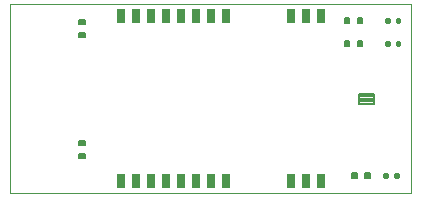
<source format=gtp>
G75*
%MOIN*%
%OFA0B0*%
%FSLAX25Y25*%
%IPPOS*%
%LPD*%
%AMOC8*
5,1,8,0,0,1.08239X$1,22.5*
%
%ADD10C,0.00000*%
%ADD11C,0.00591*%
%ADD12R,0.03150X0.05000*%
%ADD13C,0.00800*%
%ADD14C,0.00984*%
D10*
X0004900Y0004900D02*
X0004900Y0067900D01*
X0138687Y0067900D01*
X0138687Y0004900D01*
X0004900Y0004900D01*
D11*
X0029786Y0016546D02*
X0029786Y0017924D01*
X0029786Y0016546D02*
X0028014Y0016546D01*
X0028014Y0017924D01*
X0029786Y0017924D01*
X0029786Y0017136D02*
X0028014Y0017136D01*
X0028014Y0017726D02*
X0029786Y0017726D01*
X0029786Y0020876D02*
X0029786Y0022254D01*
X0029786Y0020876D02*
X0028014Y0020876D01*
X0028014Y0022254D01*
X0029786Y0022254D01*
X0029786Y0021466D02*
X0028014Y0021466D01*
X0028014Y0022056D02*
X0029786Y0022056D01*
X0028014Y0057046D02*
X0028014Y0058424D01*
X0029786Y0058424D01*
X0029786Y0057046D01*
X0028014Y0057046D01*
X0028014Y0057636D02*
X0029786Y0057636D01*
X0029786Y0058226D02*
X0028014Y0058226D01*
X0028014Y0061376D02*
X0028014Y0062754D01*
X0029786Y0062754D01*
X0029786Y0061376D01*
X0028014Y0061376D01*
X0028014Y0061966D02*
X0029786Y0061966D01*
X0029786Y0062556D02*
X0028014Y0062556D01*
X0116546Y0063286D02*
X0117924Y0063286D01*
X0117924Y0061514D01*
X0116546Y0061514D01*
X0116546Y0063286D01*
X0116546Y0062104D02*
X0117924Y0062104D01*
X0117924Y0062694D02*
X0116546Y0062694D01*
X0116546Y0063284D02*
X0117924Y0063284D01*
X0120876Y0063286D02*
X0122254Y0063286D01*
X0122254Y0061514D01*
X0120876Y0061514D01*
X0120876Y0063286D01*
X0120876Y0062104D02*
X0122254Y0062104D01*
X0122254Y0062694D02*
X0120876Y0062694D01*
X0120876Y0063284D02*
X0122254Y0063284D01*
X0122254Y0055786D02*
X0120876Y0055786D01*
X0122254Y0055786D02*
X0122254Y0054014D01*
X0120876Y0054014D01*
X0120876Y0055786D01*
X0120876Y0054604D02*
X0122254Y0054604D01*
X0122254Y0055194D02*
X0120876Y0055194D01*
X0120876Y0055784D02*
X0122254Y0055784D01*
X0117924Y0055786D02*
X0116546Y0055786D01*
X0117924Y0055786D02*
X0117924Y0054014D01*
X0116546Y0054014D01*
X0116546Y0055786D01*
X0116546Y0054604D02*
X0117924Y0054604D01*
X0117924Y0055194D02*
X0116546Y0055194D01*
X0116546Y0055784D02*
X0117924Y0055784D01*
X0119046Y0011786D02*
X0120424Y0011786D01*
X0120424Y0010014D01*
X0119046Y0010014D01*
X0119046Y0011786D01*
X0119046Y0010604D02*
X0120424Y0010604D01*
X0120424Y0011194D02*
X0119046Y0011194D01*
X0119046Y0011784D02*
X0120424Y0011784D01*
X0123376Y0011786D02*
X0124754Y0011786D01*
X0124754Y0010014D01*
X0123376Y0010014D01*
X0123376Y0011786D01*
X0123376Y0010604D02*
X0124754Y0010604D01*
X0124754Y0011194D02*
X0123376Y0011194D01*
X0123376Y0011784D02*
X0124754Y0011784D01*
D12*
X0108703Y0008900D03*
X0103703Y0008900D03*
X0098703Y0008900D03*
X0076774Y0008900D03*
X0071774Y0008900D03*
X0066774Y0008900D03*
X0061774Y0008900D03*
X0056774Y0008900D03*
X0051774Y0008900D03*
X0046774Y0008900D03*
X0041774Y0008900D03*
X0041774Y0064018D03*
X0046774Y0064018D03*
X0051774Y0064018D03*
X0056774Y0064018D03*
X0061774Y0064018D03*
X0066774Y0064018D03*
X0071774Y0064018D03*
X0076774Y0064018D03*
X0098703Y0064018D03*
X0103703Y0064018D03*
X0108703Y0064018D03*
D13*
X0121171Y0038000D02*
X0126371Y0038000D01*
X0126371Y0034800D01*
X0121171Y0034800D01*
X0121171Y0038000D01*
X0121171Y0035599D02*
X0126371Y0035599D01*
X0126371Y0036398D02*
X0121171Y0036398D01*
X0121171Y0037197D02*
X0126371Y0037197D01*
X0126371Y0037996D02*
X0121171Y0037996D01*
D14*
X0131071Y0054408D02*
X0131071Y0055392D01*
X0131071Y0054408D02*
X0130087Y0054408D01*
X0130087Y0055392D01*
X0131071Y0055392D01*
X0131071Y0055391D02*
X0130087Y0055391D01*
X0134713Y0055392D02*
X0134713Y0054408D01*
X0133729Y0054408D01*
X0133729Y0055392D01*
X0134713Y0055392D01*
X0134713Y0055391D02*
X0133729Y0055391D01*
X0134713Y0061908D02*
X0134713Y0062892D01*
X0134713Y0061908D02*
X0133729Y0061908D01*
X0133729Y0062892D01*
X0134713Y0062892D01*
X0134713Y0062891D02*
X0133729Y0062891D01*
X0131071Y0062892D02*
X0131071Y0061908D01*
X0130087Y0061908D01*
X0130087Y0062892D01*
X0131071Y0062892D01*
X0131071Y0062891D02*
X0130087Y0062891D01*
X0130571Y0011392D02*
X0130571Y0010408D01*
X0129587Y0010408D01*
X0129587Y0011392D01*
X0130571Y0011392D01*
X0130571Y0011391D02*
X0129587Y0011391D01*
X0134213Y0011392D02*
X0134213Y0010408D01*
X0133229Y0010408D01*
X0133229Y0011392D01*
X0134213Y0011392D01*
X0134213Y0011391D02*
X0133229Y0011391D01*
M02*

</source>
